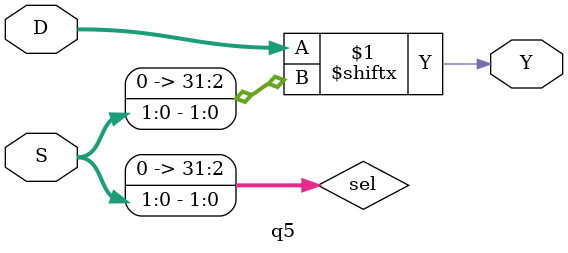
<source format=sv>
module q5 (output wire Y, input wire [3:0] D, input wire [1:0] S);

int sel;

assign sel = S;
assign Y = D[sel];

endmodule

</source>
